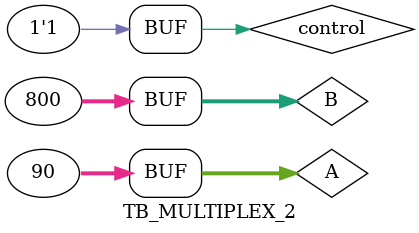
<source format=v>
`timescale 1ns / 1ps


module TB_MULTIPLEX_2;
    reg[31:0] A, B;
    reg control;
    wire[31:0] salida; 
MULTIPLEX_2 prueba(A,B,control,salida); 
initial begin
    A = 32'd50; 
    B = 32'd100;
    control = 1'b0;
    #10;
    control = 1'b1;
    #10; 
    A = 32'd90; 
    B = 32'd800;
    control = 1'b0;
    #10;
    control = 1'b1;
end 
endmodule

</source>
